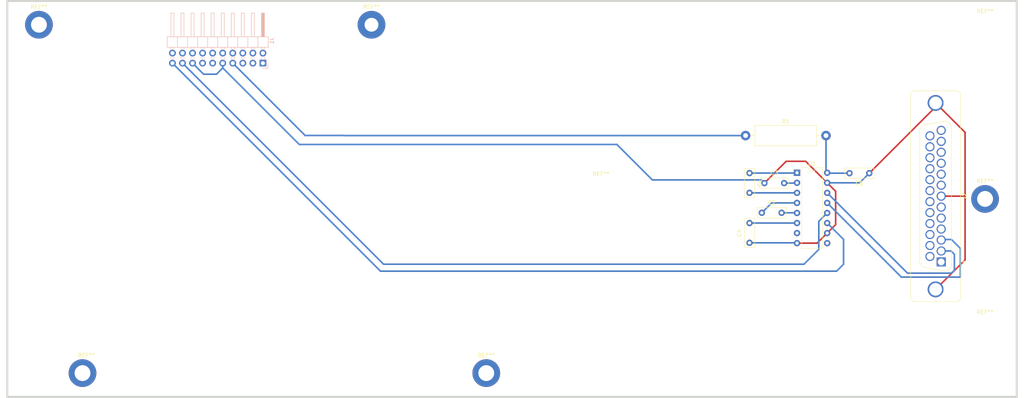
<source format=kicad_pcb>
(kicad_pcb (version 4) (host pcbnew 4.0.7)

  (general
    (links 23)
    (no_connects 1)
    (area 18.085714 29.749999 276.914286 130.250001)
    (thickness 1.6)
    (drawings 4)
    (tracks 72)
    (zones 0)
    (modules 17)
    (nets 53)
  )

  (page A4)
  (layers
    (0 F.Cu signal)
    (31 B.Cu signal)
    (32 B.Adhes user)
    (33 F.Adhes user)
    (34 B.Paste user)
    (35 F.Paste user)
    (36 B.SilkS user)
    (37 F.SilkS user)
    (38 B.Mask user)
    (39 F.Mask user)
    (40 Dwgs.User user)
    (41 Cmts.User user)
    (42 Eco1.User user)
    (43 Eco2.User user)
    (44 Edge.Cuts user)
    (45 Margin user)
    (46 B.CrtYd user)
    (47 F.CrtYd user)
    (48 B.Fab user)
    (49 F.Fab user)
  )

  (setup
    (last_trace_width 0.4)
    (trace_clearance 0.2)
    (zone_clearance 0.508)
    (zone_45_only no)
    (trace_min 0.2)
    (segment_width 0.2)
    (edge_width 0.1)
    (via_size 0.6)
    (via_drill 0.4)
    (via_min_size 0.4)
    (via_min_drill 0.3)
    (uvia_size 0.3)
    (uvia_drill 0.1)
    (uvias_allowed no)
    (uvia_min_size 0.2)
    (uvia_min_drill 0.1)
    (pcb_text_width 0.3)
    (pcb_text_size 1.5 1.5)
    (mod_edge_width 0.15)
    (mod_text_size 1 1)
    (mod_text_width 0.15)
    (pad_size 7 7)
    (pad_drill 4)
    (pad_to_mask_clearance 0)
    (aux_axis_origin 0 0)
    (visible_elements 7FFFEFFF)
    (pcbplotparams
      (layerselection 0x01020_80000001)
      (usegerberextensions false)
      (excludeedgelayer true)
      (linewidth 0.100000)
      (plotframeref false)
      (viasonmask false)
      (mode 1)
      (useauxorigin false)
      (hpglpennumber 1)
      (hpglpenspeed 20)
      (hpglpendiameter 15)
      (hpglpenoverlay 2)
      (psnegative false)
      (psa4output false)
      (plotreference true)
      (plotvalue true)
      (plotinvisibletext false)
      (padsonsilk false)
      (subtractmaskfromsilk false)
      (outputformat 1)
      (mirror false)
      (drillshape 0)
      (scaleselection 1)
      (outputdirectory gerber/))
  )

  (net 0 "")
  (net 1 "Net-(C1-Pad1)")
  (net 2 "Net-(C1-Pad2)")
  (net 3 "Net-(C2-Pad1)")
  (net 4 "Net-(C2-Pad2)")
  (net 5 0V)
  (net 6 "Net-(C3-Pad2)")
  (net 7 "Net-(C4-Pad2)")
  (net 8 +5V)
  (net 9 "Net-(J1-Pad17)")
  (net 10 "Net-(J1-Pad19)")
  (net 11 "Net-(J2-Pad2)")
  (net 12 "Net-(J2-Pad3)")
  (net 13 "Net-(C5-Pad2)")
  (net 14 "Net-(J1-Pad1)")
  (net 15 "Net-(J1-Pad3)")
  (net 16 "Net-(J1-Pad5)")
  (net 17 "Net-(J1-Pad11)")
  (net 18 "Net-(J1-Pad13)")
  (net 19 "Net-(J1-Pad2)")
  (net 20 "Net-(J1-Pad4)")
  (net 21 "Net-(J1-Pad6)")
  (net 22 "Net-(J1-Pad8)")
  (net 23 "Net-(J1-Pad10)")
  (net 24 "Net-(J1-Pad12)")
  (net 25 "Net-(J1-Pad14)")
  (net 26 "Net-(J1-Pad16)")
  (net 27 "Net-(J1-Pad18)")
  (net 28 "Net-(J1-Pad20)")
  (net 29 "Net-(J2-Pad1)")
  (net 30 "Net-(J2-Pad4)")
  (net 31 "Net-(J2-Pad5)")
  (net 32 "Net-(J2-Pad6)")
  (net 33 "Net-(J2-Pad8)")
  (net 34 "Net-(J2-Pad9)")
  (net 35 "Net-(J2-Pad10)")
  (net 36 "Net-(J2-Pad11)")
  (net 37 "Net-(J2-Pad12)")
  (net 38 "Net-(J2-Pad13)")
  (net 39 "Net-(J2-Pad14)")
  (net 40 "Net-(J2-Pad15)")
  (net 41 "Net-(J2-Pad16)")
  (net 42 "Net-(J2-Pad17)")
  (net 43 "Net-(J2-Pad18)")
  (net 44 "Net-(J2-Pad19)")
  (net 45 "Net-(J2-Pad20)")
  (net 46 "Net-(J2-Pad21)")
  (net 47 "Net-(J2-Pad22)")
  (net 48 "Net-(J2-Pad23)")
  (net 49 "Net-(J2-Pad24)")
  (net 50 "Net-(J2-Pad25)")
  (net 51 "Net-(U1-Pad9)")
  (net 52 "Net-(U1-Pad7)")

  (net_class Default "This is the default net class."
    (clearance 0.2)
    (trace_width 0.4)
    (via_dia 0.6)
    (via_drill 0.4)
    (uvia_dia 0.3)
    (uvia_drill 0.1)
    (add_net +5V)
    (add_net 0V)
    (add_net "Net-(C1-Pad1)")
    (add_net "Net-(C1-Pad2)")
    (add_net "Net-(C2-Pad1)")
    (add_net "Net-(C2-Pad2)")
    (add_net "Net-(C3-Pad2)")
    (add_net "Net-(C4-Pad2)")
    (add_net "Net-(C5-Pad2)")
    (add_net "Net-(J1-Pad1)")
    (add_net "Net-(J1-Pad10)")
    (add_net "Net-(J1-Pad11)")
    (add_net "Net-(J1-Pad12)")
    (add_net "Net-(J1-Pad13)")
    (add_net "Net-(J1-Pad14)")
    (add_net "Net-(J1-Pad16)")
    (add_net "Net-(J1-Pad17)")
    (add_net "Net-(J1-Pad18)")
    (add_net "Net-(J1-Pad19)")
    (add_net "Net-(J1-Pad2)")
    (add_net "Net-(J1-Pad20)")
    (add_net "Net-(J1-Pad3)")
    (add_net "Net-(J1-Pad4)")
    (add_net "Net-(J1-Pad5)")
    (add_net "Net-(J1-Pad6)")
    (add_net "Net-(J1-Pad8)")
    (add_net "Net-(J2-Pad1)")
    (add_net "Net-(J2-Pad10)")
    (add_net "Net-(J2-Pad11)")
    (add_net "Net-(J2-Pad12)")
    (add_net "Net-(J2-Pad13)")
    (add_net "Net-(J2-Pad14)")
    (add_net "Net-(J2-Pad15)")
    (add_net "Net-(J2-Pad16)")
    (add_net "Net-(J2-Pad17)")
    (add_net "Net-(J2-Pad18)")
    (add_net "Net-(J2-Pad19)")
    (add_net "Net-(J2-Pad2)")
    (add_net "Net-(J2-Pad20)")
    (add_net "Net-(J2-Pad21)")
    (add_net "Net-(J2-Pad22)")
    (add_net "Net-(J2-Pad23)")
    (add_net "Net-(J2-Pad24)")
    (add_net "Net-(J2-Pad25)")
    (add_net "Net-(J2-Pad3)")
    (add_net "Net-(J2-Pad4)")
    (add_net "Net-(J2-Pad5)")
    (add_net "Net-(J2-Pad6)")
    (add_net "Net-(J2-Pad8)")
    (add_net "Net-(J2-Pad9)")
    (add_net "Net-(U1-Pad7)")
    (add_net "Net-(U1-Pad9)")
  )

  (module Capacitors_THT:C_Rect_L7.2mm_W2.5mm_P5.00mm_FKS2_FKP2_MKS2_MKP2 (layer F.Cu) (tedit 597BC7C2) (tstamp 5A5BC644)
    (at 207.5 73.47 270)
    (descr "C, Rect series, Radial, pin pitch=5.00mm, , length*width=7.2*2.5mm^2, Capacitor, http://www.wima.com/EN/WIMA_FKS_2.pdf")
    (tags "C Rect series Radial pin pitch 5.00mm  length 7.2mm width 2.5mm Capacitor")
    (path /5A5BA1C4)
    (fp_text reference C1 (at 2.5 -2.56 270) (layer F.SilkS)
      (effects (font (size 1 1) (thickness 0.15)))
    )
    (fp_text value 100n (at 2.5 2.56 270) (layer F.Fab)
      (effects (font (size 1 1) (thickness 0.15)))
    )
    (fp_line (start -1.1 -1.25) (end -1.1 1.25) (layer F.Fab) (width 0.1))
    (fp_line (start -1.1 1.25) (end 6.1 1.25) (layer F.Fab) (width 0.1))
    (fp_line (start 6.1 1.25) (end 6.1 -1.25) (layer F.Fab) (width 0.1))
    (fp_line (start 6.1 -1.25) (end -1.1 -1.25) (layer F.Fab) (width 0.1))
    (fp_line (start -1.16 -1.31) (end 6.16 -1.31) (layer F.SilkS) (width 0.12))
    (fp_line (start -1.16 1.31) (end 6.16 1.31) (layer F.SilkS) (width 0.12))
    (fp_line (start -1.16 -1.31) (end -1.16 1.31) (layer F.SilkS) (width 0.12))
    (fp_line (start 6.16 -1.31) (end 6.16 1.31) (layer F.SilkS) (width 0.12))
    (fp_line (start -1.45 -1.6) (end -1.45 1.6) (layer F.CrtYd) (width 0.05))
    (fp_line (start -1.45 1.6) (end 6.45 1.6) (layer F.CrtYd) (width 0.05))
    (fp_line (start 6.45 1.6) (end 6.45 -1.6) (layer F.CrtYd) (width 0.05))
    (fp_line (start 6.45 -1.6) (end -1.45 -1.6) (layer F.CrtYd) (width 0.05))
    (fp_text user %R (at 2.78993 -0.2286 270) (layer F.Fab)
      (effects (font (size 1 1) (thickness 0.15)))
    )
    (pad 1 thru_hole circle (at 0 0 270) (size 1.6 1.6) (drill 0.8) (layers *.Cu *.Mask)
      (net 1 "Net-(C1-Pad1)"))
    (pad 2 thru_hole circle (at 5 0 270) (size 1.6 1.6) (drill 0.8) (layers *.Cu *.Mask)
      (net 2 "Net-(C1-Pad2)"))
    (model ${KISYS3DMOD}/Capacitors_THT.3dshapes/C_Rect_L7.2mm_W2.5mm_P5.00mm_FKS2_FKP2_MKS2_MKP2.wrl
      (at (xyz 0 0 0))
      (scale (xyz 1 1 1))
      (rotate (xyz 0 0 0))
    )
  )

  (module Capacitors_THT:C_Rect_L7.2mm_W2.5mm_P5.00mm_FKS2_FKP2_MKS2_MKP2 (layer F.Cu) (tedit 597BC7C2) (tstamp 5A5BC657)
    (at 210.605 83.5)
    (descr "C, Rect series, Radial, pin pitch=5.00mm, , length*width=7.2*2.5mm^2, Capacitor, http://www.wima.com/EN/WIMA_FKS_2.pdf")
    (tags "C Rect series Radial pin pitch 5.00mm  length 7.2mm width 2.5mm Capacitor")
    (path /5A5BA21B)
    (fp_text reference C2 (at 2.5 -2.56) (layer F.SilkS)
      (effects (font (size 1 1) (thickness 0.15)))
    )
    (fp_text value 100n (at 2.5 2.56) (layer F.Fab)
      (effects (font (size 1 1) (thickness 0.15)))
    )
    (fp_line (start -1.1 -1.25) (end -1.1 1.25) (layer F.Fab) (width 0.1))
    (fp_line (start -1.1 1.25) (end 6.1 1.25) (layer F.Fab) (width 0.1))
    (fp_line (start 6.1 1.25) (end 6.1 -1.25) (layer F.Fab) (width 0.1))
    (fp_line (start 6.1 -1.25) (end -1.1 -1.25) (layer F.Fab) (width 0.1))
    (fp_line (start -1.16 -1.31) (end 6.16 -1.31) (layer F.SilkS) (width 0.12))
    (fp_line (start -1.16 1.31) (end 6.16 1.31) (layer F.SilkS) (width 0.12))
    (fp_line (start -1.16 -1.31) (end -1.16 1.31) (layer F.SilkS) (width 0.12))
    (fp_line (start 6.16 -1.31) (end 6.16 1.31) (layer F.SilkS) (width 0.12))
    (fp_line (start -1.45 -1.6) (end -1.45 1.6) (layer F.CrtYd) (width 0.05))
    (fp_line (start -1.45 1.6) (end 6.45 1.6) (layer F.CrtYd) (width 0.05))
    (fp_line (start 6.45 1.6) (end 6.45 -1.6) (layer F.CrtYd) (width 0.05))
    (fp_line (start 6.45 -1.6) (end -1.45 -1.6) (layer F.CrtYd) (width 0.05))
    (fp_text user %R (at 2.5 0 180) (layer F.Fab)
      (effects (font (size 1 1) (thickness 0.15)))
    )
    (pad 1 thru_hole circle (at 0 0) (size 1.6 1.6) (drill 0.8) (layers *.Cu *.Mask)
      (net 3 "Net-(C2-Pad1)"))
    (pad 2 thru_hole circle (at 5 0) (size 1.6 1.6) (drill 0.8) (layers *.Cu *.Mask)
      (net 4 "Net-(C2-Pad2)"))
    (model ${KISYS3DMOD}/Capacitors_THT.3dshapes/C_Rect_L7.2mm_W2.5mm_P5.00mm_FKS2_FKP2_MKS2_MKP2.wrl
      (at (xyz 0 0 0))
      (scale (xyz 1 1 1))
      (rotate (xyz 0 0 0))
    )
  )

  (module Capacitors_THT:C_Rect_L7.2mm_W2.5mm_P5.00mm_FKS2_FKP2_MKS2_MKP2 (layer F.Cu) (tedit 597BC7C2) (tstamp 5A5BC66A)
    (at 211.25 76)
    (descr "C, Rect series, Radial, pin pitch=5.00mm, , length*width=7.2*2.5mm^2, Capacitor, http://www.wima.com/EN/WIMA_FKS_2.pdf")
    (tags "C Rect series Radial pin pitch 5.00mm  length 7.2mm width 2.5mm Capacitor")
    (path /5A5BA240)
    (fp_text reference C3 (at 2.5 -2.56) (layer F.SilkS)
      (effects (font (size 1 1) (thickness 0.15)))
    )
    (fp_text value 100n (at 2.5 2.56) (layer F.Fab)
      (effects (font (size 1 1) (thickness 0.15)))
    )
    (fp_line (start -1.1 -1.25) (end -1.1 1.25) (layer F.Fab) (width 0.1))
    (fp_line (start -1.1 1.25) (end 6.1 1.25) (layer F.Fab) (width 0.1))
    (fp_line (start 6.1 1.25) (end 6.1 -1.25) (layer F.Fab) (width 0.1))
    (fp_line (start 6.1 -1.25) (end -1.1 -1.25) (layer F.Fab) (width 0.1))
    (fp_line (start -1.16 -1.31) (end 6.16 -1.31) (layer F.SilkS) (width 0.12))
    (fp_line (start -1.16 1.31) (end 6.16 1.31) (layer F.SilkS) (width 0.12))
    (fp_line (start -1.16 -1.31) (end -1.16 1.31) (layer F.SilkS) (width 0.12))
    (fp_line (start 6.16 -1.31) (end 6.16 1.31) (layer F.SilkS) (width 0.12))
    (fp_line (start -1.45 -1.6) (end -1.45 1.6) (layer F.CrtYd) (width 0.05))
    (fp_line (start -1.45 1.6) (end 6.45 1.6) (layer F.CrtYd) (width 0.05))
    (fp_line (start 6.45 1.6) (end 6.45 -1.6) (layer F.CrtYd) (width 0.05))
    (fp_line (start 6.45 -1.6) (end -1.45 -1.6) (layer F.CrtYd) (width 0.05))
    (fp_text user %R (at 2.5 0) (layer F.Fab)
      (effects (font (size 1 1) (thickness 0.15)))
    )
    (pad 1 thru_hole circle (at 0 0) (size 1.6 1.6) (drill 0.8) (layers *.Cu *.Mask)
      (net 5 0V))
    (pad 2 thru_hole circle (at 5 0) (size 1.6 1.6) (drill 0.8) (layers *.Cu *.Mask)
      (net 6 "Net-(C3-Pad2)"))
    (model ${KISYS3DMOD}/Capacitors_THT.3dshapes/C_Rect_L7.2mm_W2.5mm_P5.00mm_FKS2_FKP2_MKS2_MKP2.wrl
      (at (xyz 0 0 0))
      (scale (xyz 1 1 1))
      (rotate (xyz 0 0 0))
    )
  )

  (module Capacitors_THT:C_Rect_L7.2mm_W2.5mm_P5.00mm_FKS2_FKP2_MKS2_MKP2 (layer F.Cu) (tedit 597BC7C2) (tstamp 5A5BC67D)
    (at 207.5 91.09 90)
    (descr "C, Rect series, Radial, pin pitch=5.00mm, , length*width=7.2*2.5mm^2, Capacitor, http://www.wima.com/EN/WIMA_FKS_2.pdf")
    (tags "C Rect series Radial pin pitch 5.00mm  length 7.2mm width 2.5mm Capacitor")
    (path /5A5BA25D)
    (fp_text reference C4 (at 2.5 -2.56 90) (layer F.SilkS)
      (effects (font (size 1 1) (thickness 0.15)))
    )
    (fp_text value 100n (at 2.5 2.56 90) (layer F.Fab)
      (effects (font (size 1 1) (thickness 0.15)))
    )
    (fp_line (start -1.1 -1.25) (end -1.1 1.25) (layer F.Fab) (width 0.1))
    (fp_line (start -1.1 1.25) (end 6.1 1.25) (layer F.Fab) (width 0.1))
    (fp_line (start 6.1 1.25) (end 6.1 -1.25) (layer F.Fab) (width 0.1))
    (fp_line (start 6.1 -1.25) (end -1.1 -1.25) (layer F.Fab) (width 0.1))
    (fp_line (start -1.16 -1.31) (end 6.16 -1.31) (layer F.SilkS) (width 0.12))
    (fp_line (start -1.16 1.31) (end 6.16 1.31) (layer F.SilkS) (width 0.12))
    (fp_line (start -1.16 -1.31) (end -1.16 1.31) (layer F.SilkS) (width 0.12))
    (fp_line (start 6.16 -1.31) (end 6.16 1.31) (layer F.SilkS) (width 0.12))
    (fp_line (start -1.45 -1.6) (end -1.45 1.6) (layer F.CrtYd) (width 0.05))
    (fp_line (start -1.45 1.6) (end 6.45 1.6) (layer F.CrtYd) (width 0.05))
    (fp_line (start 6.45 1.6) (end 6.45 -1.6) (layer F.CrtYd) (width 0.05))
    (fp_line (start 6.45 -1.6) (end -1.45 -1.6) (layer F.CrtYd) (width 0.05))
    (fp_text user %R (at 2.5 0 90) (layer F.Fab)
      (effects (font (size 1 1) (thickness 0.15)))
    )
    (pad 1 thru_hole circle (at 0 0 90) (size 1.6 1.6) (drill 0.8) (layers *.Cu *.Mask)
      (net 5 0V))
    (pad 2 thru_hole circle (at 5 0 90) (size 1.6 1.6) (drill 0.8) (layers *.Cu *.Mask)
      (net 7 "Net-(C4-Pad2)"))
    (model ${KISYS3DMOD}/Capacitors_THT.3dshapes/C_Rect_L7.2mm_W2.5mm_P5.00mm_FKS2_FKP2_MKS2_MKP2.wrl
      (at (xyz 0 0 0))
      (scale (xyz 1 1 1))
      (rotate (xyz 0 0 0))
    )
  )

  (module Capacitors_THT:C_Rect_L7.2mm_W2.5mm_P5.00mm_FKS2_FKP2_MKS2_MKP2 (layer F.Cu) (tedit 597BC7C2) (tstamp 5A5BC690)
    (at 237.75 73.5 180)
    (descr "C, Rect series, Radial, pin pitch=5.00mm, , length*width=7.2*2.5mm^2, Capacitor, http://www.wima.com/EN/WIMA_FKS_2.pdf")
    (tags "C Rect series Radial pin pitch 5.00mm  length 7.2mm width 2.5mm Capacitor")
    (path /5A5BA27C)
    (fp_text reference C5 (at 2.5 -2.56 180) (layer F.SilkS)
      (effects (font (size 1 1) (thickness 0.15)))
    )
    (fp_text value 100n (at 2.5 2.56 180) (layer F.Fab)
      (effects (font (size 1 1) (thickness 0.15)))
    )
    (fp_line (start -1.1 -1.25) (end -1.1 1.25) (layer F.Fab) (width 0.1))
    (fp_line (start -1.1 1.25) (end 6.1 1.25) (layer F.Fab) (width 0.1))
    (fp_line (start 6.1 1.25) (end 6.1 -1.25) (layer F.Fab) (width 0.1))
    (fp_line (start 6.1 -1.25) (end -1.1 -1.25) (layer F.Fab) (width 0.1))
    (fp_line (start -1.16 -1.31) (end 6.16 -1.31) (layer F.SilkS) (width 0.12))
    (fp_line (start -1.16 1.31) (end 6.16 1.31) (layer F.SilkS) (width 0.12))
    (fp_line (start -1.16 -1.31) (end -1.16 1.31) (layer F.SilkS) (width 0.12))
    (fp_line (start 6.16 -1.31) (end 6.16 1.31) (layer F.SilkS) (width 0.12))
    (fp_line (start -1.45 -1.6) (end -1.45 1.6) (layer F.CrtYd) (width 0.05))
    (fp_line (start -1.45 1.6) (end 6.45 1.6) (layer F.CrtYd) (width 0.05))
    (fp_line (start 6.45 1.6) (end 6.45 -1.6) (layer F.CrtYd) (width 0.05))
    (fp_line (start 6.45 -1.6) (end -1.45 -1.6) (layer F.CrtYd) (width 0.05))
    (fp_text user %R (at 2.5 0 180) (layer F.Fab)
      (effects (font (size 1 1) (thickness 0.15)))
    )
    (pad 1 thru_hole circle (at 0 0 180) (size 1.6 1.6) (drill 0.8) (layers *.Cu *.Mask)
      (net 5 0V))
    (pad 2 thru_hole circle (at 5 0 180) (size 1.6 1.6) (drill 0.8) (layers *.Cu *.Mask)
      (net 13 "Net-(C5-Pad2)"))
    (model ${KISYS3DMOD}/Capacitors_THT.3dshapes/C_Rect_L7.2mm_W2.5mm_P5.00mm_FKS2_FKP2_MKS2_MKP2.wrl
      (at (xyz 0 0 0))
      (scale (xyz 1 1 1))
      (rotate (xyz 0 0 0))
    )
  )

  (module Housings_DIP:DIP-16_W7.62mm (layer F.Cu) (tedit 59C78D6B) (tstamp 5A5BC71D)
    (at 219.495 73.39)
    (descr "16-lead though-hole mounted DIP package, row spacing 7.62 mm (300 mils)")
    (tags "THT DIP DIL PDIP 2.54mm 7.62mm 300mil")
    (path /5A5BA162)
    (fp_text reference U1 (at 3.81 -2.33) (layer F.SilkS)
      (effects (font (size 1 1) (thickness 0.15)))
    )
    (fp_text value MAX3232 (at 3.81 20.11) (layer F.Fab)
      (effects (font (size 1 1) (thickness 0.15)))
    )
    (fp_arc (start 3.81 -1.33) (end 2.81 -1.33) (angle -180) (layer F.SilkS) (width 0.12))
    (fp_line (start 1.635 -1.27) (end 6.985 -1.27) (layer F.Fab) (width 0.1))
    (fp_line (start 6.985 -1.27) (end 6.985 19.05) (layer F.Fab) (width 0.1))
    (fp_line (start 6.985 19.05) (end 0.635 19.05) (layer F.Fab) (width 0.1))
    (fp_line (start 0.635 19.05) (end 0.635 -0.27) (layer F.Fab) (width 0.1))
    (fp_line (start 0.635 -0.27) (end 1.635 -1.27) (layer F.Fab) (width 0.1))
    (fp_line (start 2.81 -1.33) (end 1.16 -1.33) (layer F.SilkS) (width 0.12))
    (fp_line (start 1.16 -1.33) (end 1.16 19.11) (layer F.SilkS) (width 0.12))
    (fp_line (start 1.16 19.11) (end 6.46 19.11) (layer F.SilkS) (width 0.12))
    (fp_line (start 6.46 19.11) (end 6.46 -1.33) (layer F.SilkS) (width 0.12))
    (fp_line (start 6.46 -1.33) (end 4.81 -1.33) (layer F.SilkS) (width 0.12))
    (fp_line (start -1.1 -1.55) (end -1.1 19.3) (layer F.CrtYd) (width 0.05))
    (fp_line (start -1.1 19.3) (end 8.7 19.3) (layer F.CrtYd) (width 0.05))
    (fp_line (start 8.7 19.3) (end 8.7 -1.55) (layer F.CrtYd) (width 0.05))
    (fp_line (start 8.7 -1.55) (end -1.1 -1.55) (layer F.CrtYd) (width 0.05))
    (fp_text user %R (at 3.81 8.89) (layer F.Fab)
      (effects (font (size 1 1) (thickness 0.15)))
    )
    (pad 1 thru_hole rect (at 0 0) (size 1.6 1.6) (drill 0.8) (layers *.Cu *.Mask)
      (net 1 "Net-(C1-Pad1)"))
    (pad 9 thru_hole oval (at 7.62 17.78) (size 1.6 1.6) (drill 0.8) (layers *.Cu *.Mask)
      (net 51 "Net-(U1-Pad9)"))
    (pad 2 thru_hole oval (at 0 2.54) (size 1.6 1.6) (drill 0.8) (layers *.Cu *.Mask)
      (net 6 "Net-(C3-Pad2)"))
    (pad 10 thru_hole oval (at 7.62 15.24) (size 1.6 1.6) (drill 0.8) (layers *.Cu *.Mask)
      (net 5 0V))
    (pad 3 thru_hole oval (at 0 5.08) (size 1.6 1.6) (drill 0.8) (layers *.Cu *.Mask)
      (net 2 "Net-(C1-Pad2)"))
    (pad 11 thru_hole oval (at 7.62 12.7) (size 1.6 1.6) (drill 0.8) (layers *.Cu *.Mask)
      (net 10 "Net-(J1-Pad19)"))
    (pad 4 thru_hole oval (at 0 7.62) (size 1.6 1.6) (drill 0.8) (layers *.Cu *.Mask)
      (net 3 "Net-(C2-Pad1)"))
    (pad 12 thru_hole oval (at 7.62 10.16) (size 1.6 1.6) (drill 0.8) (layers *.Cu *.Mask)
      (net 9 "Net-(J1-Pad17)"))
    (pad 5 thru_hole oval (at 0 10.16) (size 1.6 1.6) (drill 0.8) (layers *.Cu *.Mask)
      (net 4 "Net-(C2-Pad2)"))
    (pad 13 thru_hole oval (at 7.62 7.62) (size 1.6 1.6) (drill 0.8) (layers *.Cu *.Mask)
      (net 12 "Net-(J2-Pad3)"))
    (pad 6 thru_hole oval (at 0 12.7) (size 1.6 1.6) (drill 0.8) (layers *.Cu *.Mask)
      (net 7 "Net-(C4-Pad2)"))
    (pad 14 thru_hole oval (at 7.62 5.08) (size 1.6 1.6) (drill 0.8) (layers *.Cu *.Mask)
      (net 11 "Net-(J2-Pad2)"))
    (pad 7 thru_hole oval (at 0 15.24) (size 1.6 1.6) (drill 0.8) (layers *.Cu *.Mask)
      (net 52 "Net-(U1-Pad7)"))
    (pad 15 thru_hole oval (at 7.62 2.54) (size 1.6 1.6) (drill 0.8) (layers *.Cu *.Mask)
      (net 5 0V))
    (pad 8 thru_hole oval (at 0 17.78) (size 1.6 1.6) (drill 0.8) (layers *.Cu *.Mask)
      (net 5 0V))
    (pad 16 thru_hole oval (at 7.62 0) (size 1.6 1.6) (drill 0.8) (layers *.Cu *.Mask)
      (net 13 "Net-(C5-Pad2)"))
    (model ${KISYS3DMOD}/Housings_DIP.3dshapes/DIP-16_W7.62mm.wrl
      (at (xyz 0 0 0))
      (scale (xyz 1 1 1))
      (rotate (xyz 0 0 0))
    )
  )

  (module Resistors_THT:R_Axial_DIN0516_L15.5mm_D5.0mm_P20.32mm_Horizontal (layer F.Cu) (tedit 5874F706) (tstamp 5AE8B30B)
    (at 206.5 64)
    (descr "Resistor, Axial_DIN0516 series, Axial, Horizontal, pin pitch=20.32mm, 2W, length*diameter=15.5*5mm^2, http://cdn-reichelt.de/documents/datenblatt/B400/1_4W%23YAG.pdf")
    (tags "Resistor Axial_DIN0516 series Axial Horizontal pin pitch 20.32mm 2W length 15.5mm diameter 5mm")
    (path /5AE60F69)
    (fp_text reference R1 (at 10.16 -3.56) (layer F.SilkS)
      (effects (font (size 1 1) (thickness 0.15)))
    )
    (fp_text value 20R (at 10.16 3.56) (layer F.Fab)
      (effects (font (size 1 1) (thickness 0.15)))
    )
    (fp_line (start 2.41 -2.5) (end 2.41 2.5) (layer F.Fab) (width 0.1))
    (fp_line (start 2.41 2.5) (end 17.91 2.5) (layer F.Fab) (width 0.1))
    (fp_line (start 17.91 2.5) (end 17.91 -2.5) (layer F.Fab) (width 0.1))
    (fp_line (start 17.91 -2.5) (end 2.41 -2.5) (layer F.Fab) (width 0.1))
    (fp_line (start 0 0) (end 2.41 0) (layer F.Fab) (width 0.1))
    (fp_line (start 20.32 0) (end 17.91 0) (layer F.Fab) (width 0.1))
    (fp_line (start 2.35 -2.56) (end 2.35 2.56) (layer F.SilkS) (width 0.12))
    (fp_line (start 2.35 2.56) (end 17.97 2.56) (layer F.SilkS) (width 0.12))
    (fp_line (start 17.97 2.56) (end 17.97 -2.56) (layer F.SilkS) (width 0.12))
    (fp_line (start 17.97 -2.56) (end 2.35 -2.56) (layer F.SilkS) (width 0.12))
    (fp_line (start 1.38 0) (end 2.35 0) (layer F.SilkS) (width 0.12))
    (fp_line (start 18.94 0) (end 17.97 0) (layer F.SilkS) (width 0.12))
    (fp_line (start -1.45 -2.85) (end -1.45 2.85) (layer F.CrtYd) (width 0.05))
    (fp_line (start -1.45 2.85) (end 21.8 2.85) (layer F.CrtYd) (width 0.05))
    (fp_line (start 21.8 2.85) (end 21.8 -2.85) (layer F.CrtYd) (width 0.05))
    (fp_line (start 21.8 -2.85) (end -1.45 -2.85) (layer F.CrtYd) (width 0.05))
    (pad 1 thru_hole circle (at 0 0) (size 2.4 2.4) (drill 1.2) (layers *.Cu *.Mask)
      (net 8 +5V))
    (pad 2 thru_hole oval (at 20.32 0) (size 2.4 2.4) (drill 1.2) (layers *.Cu *.Mask)
      (net 13 "Net-(C5-Pad2)"))
    (model ${KISYS3DMOD}/Resistors_THT.3dshapes/R_Axial_DIN0516_L15.5mm_D5.0mm_P20.32mm_Horizontal.wrl
      (at (xyz 0 0 0))
      (scale (xyz 0.393701 0.393701 0.393701))
      (rotate (xyz 0 0 0))
    )
  )

  (module Mounting_Holes:MountingHole_3.5mm_Pad (layer F.Cu) (tedit 5B5C95B8) (tstamp 5B266D29)
    (at 141 124)
    (descr "Mounting Hole 3.5mm")
    (tags "mounting hole 3.5mm")
    (attr virtual)
    (fp_text reference REF** (at 0 -4.5) (layer F.SilkS)
      (effects (font (size 1 1) (thickness 0.15)))
    )
    (fp_text value MountingHole_3.5mm_Pad (at 0 4.5) (layer F.Fab)
      (effects (font (size 1 1) (thickness 0.15)))
    )
    (fp_text user %R (at 0.3 0) (layer F.Fab)
      (effects (font (size 1 1) (thickness 0.15)))
    )
    (fp_circle (center 0 0) (end 3.5 0) (layer Cmts.User) (width 0.15))
    (fp_circle (center 0 0) (end 3.75 0) (layer F.CrtYd) (width 0.05))
    (pad 1 thru_hole circle (at 0 0) (size 7 7) (drill 4) (layers *.Cu *.Mask))
  )

  (module Mounting_Holes:MountingHole_3.5mm_Pad (layer F.Cu) (tedit 5B5C95FA) (tstamp 5B266D57)
    (at 40 124)
    (descr "Mounting Hole 3.5mm")
    (tags "mounting hole 3.5mm")
    (attr virtual)
    (fp_text reference REF** (at 0 -4.5) (layer F.SilkS)
      (effects (font (size 1 1) (thickness 0.15)))
    )
    (fp_text value MountingHole_3.5mm_Pad (at 0 4.5) (layer F.Fab)
      (effects (font (size 1 1) (thickness 0.15)))
    )
    (fp_text user %R (at 0.3 0) (layer F.Fab)
      (effects (font (size 1 1) (thickness 0.15)))
    )
    (fp_circle (center 0 0) (end 3.5 0) (layer Cmts.User) (width 0.15))
    (fp_circle (center 0 0) (end 3.75 0) (layer F.CrtYd) (width 0.05))
    (pad 1 thru_hole circle (at -1 0) (size 7 7) (drill 4) (layers *.Cu *.Mask))
  )

  (module Mounting_Holes:MountingHole_3.5mm_Pad (layer F.Cu) (tedit 5B5C9545) (tstamp 5B266F23)
    (at 267 80)
    (descr "Mounting Hole 3.5mm")
    (tags "mounting hole 3.5mm")
    (attr virtual)
    (fp_text reference REF** (at 0 -4.5) (layer F.SilkS)
      (effects (font (size 1 1) (thickness 0.15)))
    )
    (fp_text value MountingHole_3.5mm_Pad (at 0 4.5) (layer F.Fab)
      (effects (font (size 1 1) (thickness 0.15)))
    )
    (fp_text user %R (at 0.3 0) (layer F.Fab)
      (effects (font (size 1 1) (thickness 0.15)))
    )
    (fp_circle (center 0 0) (end 3.5 0) (layer Cmts.User) (width 0.15))
    (fp_circle (center 0 0) (end 3.75 0) (layer F.CrtYd) (width 0.05))
    (pad 1 thru_hole circle (at 0 0) (size 7 7) (drill 4) (layers *.Cu *.Mask))
  )

  (module Mounting_Holes:MountingHole_3.5mm_Pad (layer F.Cu) (tedit 5B5C9531) (tstamp 5B26709C)
    (at 28 36)
    (descr "Mounting Hole 3.5mm")
    (tags "mounting hole 3.5mm")
    (attr virtual)
    (fp_text reference REF** (at 0 -4.5) (layer F.SilkS)
      (effects (font (size 1 1) (thickness 0.15)))
    )
    (fp_text value MountingHole_3.5mm_Pad (at 0 4.5) (layer F.Fab)
      (effects (font (size 1 1) (thickness 0.15)))
    )
    (fp_text user %R (at 0.3 0) (layer F.Fab)
      (effects (font (size 1 1) (thickness 0.15)))
    )
    (fp_circle (center 0 0) (end 3.5 0) (layer Cmts.User) (width 0.15))
    (fp_circle (center 0 0) (end 3.75 0) (layer F.CrtYd) (width 0.05))
    (pad 1 thru_hole circle (at 0 0) (size 7 7) (drill 4) (layers *.Cu *.Mask))
  )

  (module Mounting_Holes:MountingHole_3.5mm_Pad (layer F.Cu) (tedit 56D1B4CB) (tstamp 5B2671C4)
    (at 112 36)
    (descr "Mounting Hole 3.5mm")
    (tags "mounting hole 3.5mm")
    (attr virtual)
    (fp_text reference REF** (at 0 -4.5) (layer F.SilkS)
      (effects (font (size 1 1) (thickness 0.15)))
    )
    (fp_text value MountingHole_3.5mm_Pad (at 0.75 6.25) (layer F.Fab)
      (effects (font (size 1 1) (thickness 0.15)))
    )
    (fp_text user %R (at 0.3 0) (layer F.Fab)
      (effects (font (size 1 1) (thickness 0.15)))
    )
    (fp_circle (center 0 0) (end 3.5 0) (layer Cmts.User) (width 0.15))
    (fp_circle (center 0 0) (end 3.75 0) (layer F.CrtYd) (width 0.05))
    (pad 1 thru_hole circle (at 0 0) (size 7 7) (drill 3.5) (layers *.Cu *.Mask))
  )

  (module Mounting_Holes:MountingHole_8.4mm_M8 (layer F.Cu) (tedit 56D1B4CB) (tstamp 5B267771)
    (at 267 42)
    (descr "Mounting Hole 8.4mm, no annular, M8")
    (tags "mounting hole 8.4mm no annular m8")
    (attr virtual)
    (fp_text reference REF** (at 0 -9.4) (layer F.SilkS)
      (effects (font (size 1 1) (thickness 0.15)))
    )
    (fp_text value MountingHole_8.4mm_M8 (at 0 9.4) (layer F.Fab)
      (effects (font (size 1 1) (thickness 0.15)))
    )
    (fp_text user %R (at 0.3 0) (layer F.Fab)
      (effects (font (size 1 1) (thickness 0.15)))
    )
    (fp_circle (center 0 0) (end 8.4 0) (layer Cmts.User) (width 0.15))
    (fp_circle (center 0 0) (end 8.65 0) (layer F.CrtYd) (width 0.05))
    (pad 1 np_thru_hole circle (at 0 0) (size 8.4 8.4) (drill 8.4) (layers *.Cu *.Mask))
  )

  (module Mounting_Holes:MountingHole_8.4mm_M8 (layer F.Cu) (tedit 56D1B4CB) (tstamp 5B2677EC)
    (at 267 118)
    (descr "Mounting Hole 8.4mm, no annular, M8")
    (tags "mounting hole 8.4mm no annular m8")
    (attr virtual)
    (fp_text reference REF** (at 0 -9.4) (layer F.SilkS)
      (effects (font (size 1 1) (thickness 0.15)))
    )
    (fp_text value MountingHole_8.4mm_M8 (at 0 9.4) (layer F.Fab)
      (effects (font (size 1 1) (thickness 0.15)))
    )
    (fp_text user %R (at 0.3 0) (layer F.Fab)
      (effects (font (size 1 1) (thickness 0.15)))
    )
    (fp_circle (center 0 0) (end 8.4 0) (layer Cmts.User) (width 0.15))
    (fp_circle (center 0 0) (end 8.65 0) (layer F.CrtYd) (width 0.05))
    (pad 1 np_thru_hole circle (at 0 0) (size 8.4 8.4) (drill 8.4) (layers *.Cu *.Mask))
  )

  (module Pin_Headers:Pin_Header_Angled_2x10_Pitch2.54mm (layer B.Cu) (tedit 59650532) (tstamp 5B452A2A)
    (at 84.58 45.7 90)
    (descr "Through hole angled pin header, 2x10, 2.54mm pitch, 6mm pin length, double rows")
    (tags "Through hole angled pin header THT 2x10 2.54mm double row")
    (path /5A5BA3A3)
    (fp_text reference J1 (at 5.655 2.27 90) (layer B.SilkS)
      (effects (font (size 1 1) (thickness 0.15)) (justify mirror))
    )
    (fp_text value CONN_02X10 (at 5.655 -25.13 90) (layer B.Fab)
      (effects (font (size 1 1) (thickness 0.15)) (justify mirror))
    )
    (fp_line (start 4.675 1.27) (end 6.58 1.27) (layer B.Fab) (width 0.1))
    (fp_line (start 6.58 1.27) (end 6.58 -24.13) (layer B.Fab) (width 0.1))
    (fp_line (start 6.58 -24.13) (end 4.04 -24.13) (layer B.Fab) (width 0.1))
    (fp_line (start 4.04 -24.13) (end 4.04 0.635) (layer B.Fab) (width 0.1))
    (fp_line (start 4.04 0.635) (end 4.675 1.27) (layer B.Fab) (width 0.1))
    (fp_line (start -0.32 0.32) (end 4.04 0.32) (layer B.Fab) (width 0.1))
    (fp_line (start -0.32 0.32) (end -0.32 -0.32) (layer B.Fab) (width 0.1))
    (fp_line (start -0.32 -0.32) (end 4.04 -0.32) (layer B.Fab) (width 0.1))
    (fp_line (start 6.58 0.32) (end 12.58 0.32) (layer B.Fab) (width 0.1))
    (fp_line (start 12.58 0.32) (end 12.58 -0.32) (layer B.Fab) (width 0.1))
    (fp_line (start 6.58 -0.32) (end 12.58 -0.32) (layer B.Fab) (width 0.1))
    (fp_line (start -0.32 -2.22) (end 4.04 -2.22) (layer B.Fab) (width 0.1))
    (fp_line (start -0.32 -2.22) (end -0.32 -2.86) (layer B.Fab) (width 0.1))
    (fp_line (start -0.32 -2.86) (end 4.04 -2.86) (layer B.Fab) (width 0.1))
    (fp_line (start 6.58 -2.22) (end 12.58 -2.22) (layer B.Fab) (width 0.1))
    (fp_line (start 12.58 -2.22) (end 12.58 -2.86) (layer B.Fab) (width 0.1))
    (fp_line (start 6.58 -2.86) (end 12.58 -2.86) (layer B.Fab) (width 0.1))
    (fp_line (start -0.32 -4.76) (end 4.04 -4.76) (layer B.Fab) (width 0.1))
    (fp_line (start -0.32 -4.76) (end -0.32 -5.4) (layer B.Fab) (width 0.1))
    (fp_line (start -0.32 -5.4) (end 4.04 -5.4) (layer B.Fab) (width 0.1))
    (fp_line (start 6.58 -4.76) (end 12.58 -4.76) (layer B.Fab) (width 0.1))
    (fp_line (start 12.58 -4.76) (end 12.58 -5.4) (layer B.Fab) (width 0.1))
    (fp_line (start 6.58 -5.4) (end 12.58 -5.4) (layer B.Fab) (width 0.1))
    (fp_line (start -0.32 -7.3) (end 4.04 -7.3) (layer B.Fab) (width 0.1))
    (fp_line (start -0.32 -7.3) (end -0.32 -7.94) (layer B.Fab) (width 0.1))
    (fp_line (start -0.32 -7.94) (end 4.04 -7.94) (layer B.Fab) (width 0.1))
    (fp_line (start 6.58 -7.3) (end 12.58 -7.3) (layer B.Fab) (width 0.1))
    (fp_line (start 12.58 -7.3) (end 12.58 -7.94) (layer B.Fab) (width 0.1))
    (fp_line (start 6.58 -7.94) (end 12.58 -7.94) (layer B.Fab) (width 0.1))
    (fp_line (start -0.32 -9.84) (end 4.04 -9.84) (layer B.Fab) (width 0.1))
    (fp_line (start -0.32 -9.84) (end -0.32 -10.48) (layer B.Fab) (width 0.1))
    (fp_line (start -0.32 -10.48) (end 4.04 -10.48) (layer B.Fab) (width 0.1))
    (fp_line (start 6.58 -9.84) (end 12.58 -9.84) (layer B.Fab) (width 0.1))
    (fp_line (start 12.58 -9.84) (end 12.58 -10.48) (layer B.Fab) (width 0.1))
    (fp_line (start 6.58 -10.48) (end 12.58 -10.48) (layer B.Fab) (width 0.1))
    (fp_line (start -0.32 -12.38) (end 4.04 -12.38) (layer B.Fab) (width 0.1))
    (fp_line (start -0.32 -12.38) (end -0.32 -13.02) (layer B.Fab) (width 0.1))
    (fp_line (start -0.32 -13.02) (end 4.04 -13.02) (layer B.Fab) (width 0.1))
    (fp_line (start 6.58 -12.38) (end 12.58 -12.38) (layer B.Fab) (width 0.1))
    (fp_line (start 12.58 -12.38) (end 12.58 -13.02) (layer B.Fab) (width 0.1))
    (fp_line (start 6.58 -13.02) (end 12.58 -13.02) (layer B.Fab) (width 0.1))
    (fp_line (start -0.32 -14.92) (end 4.04 -14.92) (layer B.Fab) (width 0.1))
    (fp_line (start -0.32 -14.92) (end -0.32 -15.56) (layer B.Fab) (width 0.1))
    (fp_line (start -0.32 -15.56) (end 4.04 -15.56) (layer B.Fab) (width 0.1))
    (fp_line (start 6.58 -14.92) (end 12.58 -14.92) (layer B.Fab) (width 0.1))
    (fp_line (start 12.58 -14.92) (end 12.58 -15.56) (layer B.Fab) (width 0.1))
    (fp_line (start 6.58 -15.56) (end 12.58 -15.56) (layer B.Fab) (width 0.1))
    (fp_line (start -0.32 -17.46) (end 4.04 -17.46) (layer B.Fab) (width 0.1))
    (fp_line (start -0.32 -17.46) (end -0.32 -18.1) (layer B.Fab) (width 0.1))
    (fp_line (start -0.32 -18.1) (end 4.04 -18.1) (layer B.Fab) (width 0.1))
    (fp_line (start 6.58 -17.46) (end 12.58 -17.46) (layer B.Fab) (width 0.1))
    (fp_line (start 12.58 -17.46) (end 12.58 -18.1) (layer B.Fab) (width 0.1))
    (fp_line (start 6.58 -18.1) (end 12.58 -18.1) (layer B.Fab) (width 0.1))
    (fp_line (start -0.32 -20) (end 4.04 -20) (layer B.Fab) (width 0.1))
    (fp_line (start -0.32 -20) (end -0.32 -20.64) (layer B.Fab) (width 0.1))
    (fp_line (start -0.32 -20.64) (end 4.04 -20.64) (layer B.Fab) (width 0.1))
    (fp_line (start 6.58 -20) (end 12.58 -20) (layer B.Fab) (width 0.1))
    (fp_line (start 12.58 -20) (end 12.58 -20.64) (layer B.Fab) (width 0.1))
    (fp_line (start 6.58 -20.64) (end 12.58 -20.64) (layer B.Fab) (width 0.1))
    (fp_line (start -0.32 -22.54) (end 4.04 -22.54) (layer B.Fab) (width 0.1))
    (fp_line (start -0.32 -22.54) (end -0.32 -23.18) (layer B.Fab) (width 0.1))
    (fp_line (start -0.32 -23.18) (end 4.04 -23.18) (layer B.Fab) (width 0.1))
    (fp_line (start 6.58 -22.54) (end 12.58 -22.54) (layer B.Fab) (width 0.1))
    (fp_line (start 12.58 -22.54) (end 12.58 -23.18) (layer B.Fab) (width 0.1))
    (fp_line (start 6.58 -23.18) (end 12.58 -23.18) (layer B.Fab) (width 0.1))
    (fp_line (start 3.98 1.33) (end 3.98 -24.19) (layer B.SilkS) (width 0.12))
    (fp_line (start 3.98 -24.19) (end 6.64 -24.19) (layer B.SilkS) (width 0.12))
    (fp_line (start 6.64 -24.19) (end 6.64 1.33) (layer B.SilkS) (width 0.12))
    (fp_line (start 6.64 1.33) (end 3.98 1.33) (layer B.SilkS) (width 0.12))
    (fp_line (start 6.64 0.38) (end 12.64 0.38) (layer B.SilkS) (width 0.12))
    (fp_line (start 12.64 0.38) (end 12.64 -0.38) (layer B.SilkS) (width 0.12))
    (fp_line (start 12.64 -0.38) (end 6.64 -0.38) (layer B.SilkS) (width 0.12))
    (fp_line (start 6.64 0.32) (end 12.64 0.32) (layer B.SilkS) (width 0.12))
    (fp_line (start 6.64 0.2) (end 12.64 0.2) (layer B.SilkS) (width 0.12))
    (fp_line (start 6.64 0.08) (end 12.64 0.08) (layer B.SilkS) (width 0.12))
    (fp_line (start 6.64 -0.04) (end 12.64 -0.04) (layer B.SilkS) (width 0.12))
    (fp_line (start 6.64 -0.16) (end 12.64 -0.16) (layer B.SilkS) (width 0.12))
    (fp_line (start 6.64 -0.28) (end 12.64 -0.28) (layer B.SilkS) (width 0.12))
    (fp_line (start 3.582929 0.38) (end 3.98 0.38) (layer B.SilkS) (width 0.12))
    (fp_line (start 3.582929 -0.38) (end 3.98 -0.38) (layer B.SilkS) (width 0.12))
    (fp_line (start 1.11 0.38) (end 1.497071 0.38) (layer B.SilkS) (width 0.12))
    (fp_line (start 1.11 -0.38) (end 1.497071 -0.38) (layer B.SilkS) (width 0.12))
    (fp_line (start 3.98 -1.27) (end 6.64 -1.27) (layer B.SilkS) (width 0.12))
    (fp_line (start 6.64 -2.16) (end 12.64 -2.16) (layer B.SilkS) (width 0.12))
    (fp_line (start 12.64 -2.16) (end 12.64 -2.92) (layer B.SilkS) (width 0.12))
    (fp_line (start 12.64 -2.92) (end 6.64 -2.92) (layer B.SilkS) (width 0.12))
    (fp_line (start 3.582929 -2.16) (end 3.98 -2.16) (layer B.SilkS) (width 0.12))
    (fp_line (start 3.582929 -2.92) (end 3.98 -2.92) (layer B.SilkS) (width 0.12))
    (fp_line (start 1.042929 -2.16) (end 1.497071 -2.16) (layer B.SilkS) (width 0.12))
    (fp_line (start 1.042929 -2.92) (end 1.497071 -2.92) (layer B.SilkS) (width 0.12))
    (fp_line (start 3.98 -3.81) (end 6.64 -3.81) (layer B.SilkS) (width 0.12))
    (fp_line (start 6.64 -4.7) (end 12.64 -4.7) (layer B.SilkS) (width 0.12))
    (fp_line (start 12.64 -4.7) (end 12.64 -5.46) (layer B.SilkS) (width 0.12))
    (fp_line (start 12.64 -5.46) (end 6.64 -5.46) (layer B.SilkS) (width 0.12))
    (fp_line (start 3.582929 -4.7) (end 3.98 -4.7) (layer B.SilkS) (width 0.12))
    (fp_line (start 3.582929 -5.46) (end 3.98 -5.46) (layer B.SilkS) (width 0.12))
    (fp_line (start 1.042929 -4.7) (end 1.497071 -4.7) (layer B.SilkS) (width 0.12))
    (fp_line (start 1.042929 -5.46) (end 1.497071 -5.46) (layer B.SilkS) (width 0.12))
    (fp_line (start 3.98 -6.35) (end 6.64 -6.35) (layer B.SilkS) (width 0.12))
    (fp_line (start 6.64 -7.24) (end 12.64 -7.24) (layer B.SilkS) (width 0.12))
    (fp_line (start 12.64 -7.24) (end 12.64 -8) (layer B.SilkS) (width 0.12))
    (fp_line (start 12.64 -8) (end 6.64 -8) (layer B.SilkS) (width 0.12))
    (fp_line (start 3.582929 -7.24) (end 3.98 -7.24) (layer B.SilkS) (width 0.12))
    (fp_line (start 3.582929 -8) (end 3.98 -8) (layer B.SilkS) (width 0.12))
    (fp_line (start 1.042929 -7.24) (end 1.497071 -7.24) (layer B.SilkS) (width 0.12))
    (fp_line (start 1.042929 -8) (end 1.497071 -8) (layer B.SilkS) (width 0.12))
    (fp_line (start 3.98 -8.89) (end 6.64 -8.89) (layer B.SilkS) (width 0.12))
    (fp_line (start 6.64 -9.78) (end 12.64 -9.78) (layer B.SilkS) (width 0.12))
    (fp_line (start 12.64 -9.78) (end 12.64 -10.54) (layer B.SilkS) (width 0.12))
    (fp_line (start 12.64 -10.54) (end 6.64 -10.54) (layer B.SilkS) (width 0.12))
    (fp_line (start 3.582929 -9.78) (end 3.98 -9.78) (layer B.SilkS) (width 0.12))
    (fp_line (start 3.582929 -10.54) (end 3.98 -10.54) (layer B.SilkS) (width 0.12))
    (fp_line (start 1.042929 -9.78) (end 1.497071 -9.78) (layer B.SilkS) (width 0.12))
    (fp_line (start 1.042929 -10.54) (end 1.497071 -10.54) (layer B.SilkS) (width 0.12))
    (fp_line (start 3.98 -11.43) (end 6.64 -11.43) (layer B.SilkS) (width 0.12))
    (fp_line (start 6.64 -12.32) (end 12.64 -12.32) (layer B.SilkS) (width 0.12))
    (fp_line (start 12.64 -12.32) (end 12.64 -13.08) (layer B.SilkS) (width 0.12))
    (fp_line (start 12.64 -13.08) (end 6.64 -13.08) (layer B.SilkS) (width 0.12))
    (fp_line (start 3.582929 -12.32) (end 3.98 -12.32) (layer B.SilkS) (width 0.12))
    (fp_line (start 3.582929 -13.08) (end 3.98 -13.08) (layer B.SilkS) (width 0.12))
    (fp_line (start 1.042929 -12.32) (end 1.497071 -12.32) (layer B.SilkS) (width 0.12))
    (fp_line (start 1.042929 -13.08) (end 1.497071 -13.08) (layer B.SilkS) (width 0.12))
    (fp_line (start 3.98 -13.97) (end 6.64 -13.97) (layer B.SilkS) (width 0.12))
    (fp_line (start 6.64 -14.86) (end 12.64 -14.86) (layer B.SilkS) (width 0.12))
    (fp_line (start 12.64 -14.86) (end 12.64 -15.62) (layer B.SilkS) (width 0.12))
    (fp_line (start 12.64 -15.62) (end 6.64 -15.62) (layer B.SilkS) (width 0.12))
    (fp_line (start 3.582929 -14.86) (end 3.98 -14.86) (layer B.SilkS) (width 0.12))
    (fp_line (start 3.582929 -15.62) (end 3.98 -15.62) (layer B.SilkS) (width 0.12))
    (fp_line (start 1.042929 -14.86) (end 1.497071 -14.86) (layer B.SilkS) (width 0.12))
    (fp_line (start 1.042929 -15.62) (end 1.497071 -15.62) (layer B.SilkS) (width 0.12))
    (fp_line (start 3.98 -16.51) (end 6.64 -16.51) (layer B.SilkS) (width 0.12))
    (fp_line (start 6.64 -17.4) (end 12.64 -17.4) (layer B.SilkS) (width 0.12))
    (fp_line (start 12.64 -17.4) (end 12.64 -18.16) (layer B.SilkS) (width 0.12))
    (fp_line (start 12.64 -18.16) (end 6.64 -18.16) (layer B.SilkS) (width 0.12))
    (fp_line (start 3.582929 -17.4) (end 3.98 -17.4) (layer B.SilkS) (width 0.12))
    (fp_line (start 3.582929 -18.16) (end 3.98 -18.16) (layer B.SilkS) (width 0.12))
    (fp_line (start 1.042929 -17.4) (end 1.497071 -17.4) (layer B.SilkS) (width 0.12))
    (fp_line (start 1.042929 -18.16) (end 1.497071 -18.16) (layer B.SilkS) (width 0.12))
    (fp_line (start 3.98 -19.05) (end 6.64 -19.05) (layer B.SilkS) (width 0.12))
    (fp_line (start 6.64 -19.94) (end 12.64 -19.94) (layer B.SilkS) (width 0.12))
    (fp_line (start 12.64 -19.94) (end 12.64 -20.7) (layer B.SilkS) (width 0.12))
    (fp_line (start 12.64 -20.7) (end 6.64 -20.7) (layer B.SilkS) (width 0.12))
    (fp_line (start 3.582929 -19.94) (end 3.98 -19.94) (layer B.SilkS) (width 0.12))
    (fp_line (start 3.582929 -20.7) (end 3.98 -20.7) (layer B.SilkS) (width 0.12))
    (fp_line (start 1.042929 -19.94) (end 1.497071 -19.94) (layer B.SilkS) (width 0.12))
    (fp_line (start 1.042929 -20.7) (end 1.497071 -20.7) (layer B.SilkS) (width 0.12))
    (fp_line (start 3.98 -21.59) (end 6.64 -21.59) (layer B.SilkS) (width 0.12))
    (fp_line (start 6.64 -22.48) (end 12.64 -22.48) (layer B.SilkS) (width 0.12))
    (fp_line (start 12.64 -22.48) (end 12.64 -23.24) (layer B.SilkS) (width 0.12))
    (fp_line (start 12.64 -23.24) (end 6.64 -23.24) (layer B.SilkS) (width 0.12))
    (fp_line (start 3.582929 -22.48) (end 3.98 -22.48) (layer B.SilkS) (width 0.12))
    (fp_line (start 3.582929 -23.24) (end 3.98 -23.24) (layer B.SilkS) (width 0.12))
    (fp_line (start 1.042929 -22.48) (end 1.497071 -22.48) (layer B.SilkS) (width 0.12))
    (fp_line (start 1.042929 -23.24) (end 1.497071 -23.24) (layer B.SilkS) (width 0.12))
    (fp_line (start -1.27 0) (end -1.27 1.27) (layer B.SilkS) (width 0.12))
    (fp_line (start -1.27 1.27) (end 0 1.27) (layer B.SilkS) (width 0.12))
    (fp_line (start -1.8 1.8) (end -1.8 -24.65) (layer B.CrtYd) (width 0.05))
    (fp_line (start -1.8 -24.65) (end 13.1 -24.65) (layer B.CrtYd) (width 0.05))
    (fp_line (start 13.1 -24.65) (end 13.1 1.8) (layer B.CrtYd) (width 0.05))
    (fp_line (start 13.1 1.8) (end -1.8 1.8) (layer B.CrtYd) (width 0.05))
    (fp_text user %R (at 5.31 -11.43 360) (layer B.Fab)
      (effects (font (size 1 1) (thickness 0.15)) (justify mirror))
    )
    (pad 1 thru_hole rect (at 0 0 90) (size 1.7 1.7) (drill 1) (layers *.Cu *.Mask)
      (net 14 "Net-(J1-Pad1)"))
    (pad 2 thru_hole oval (at 2.54 0 90) (size 1.7 1.7) (drill 1) (layers *.Cu *.Mask)
      (net 19 "Net-(J1-Pad2)"))
    (pad 3 thru_hole oval (at 0 -2.54 90) (size 1.7 1.7) (drill 1) (layers *.Cu *.Mask)
      (net 15 "Net-(J1-Pad3)"))
    (pad 4 thru_hole oval (at 2.54 -2.54 90) (size 1.7 1.7) (drill 1) (layers *.Cu *.Mask)
      (net 20 "Net-(J1-Pad4)"))
    (pad 5 thru_hole oval (at 0 -5.08 90) (size 1.7 1.7) (drill 1) (layers *.Cu *.Mask)
      (net 16 "Net-(J1-Pad5)"))
    (pad 6 thru_hole oval (at 2.54 -5.08 90) (size 1.7 1.7) (drill 1) (layers *.Cu *.Mask)
      (net 21 "Net-(J1-Pad6)"))
    (pad 7 thru_hole oval (at 0 -7.62 90) (size 1.7 1.7) (drill 1) (layers *.Cu *.Mask)
      (net 8 +5V))
    (pad 8 thru_hole oval (at 2.54 -7.62 90) (size 1.7 1.7) (drill 1) (layers *.Cu *.Mask)
      (net 22 "Net-(J1-Pad8)"))
    (pad 9 thru_hole oval (at 0 -10.16 90) (size 1.7 1.7) (drill 1) (layers *.Cu *.Mask)
      (net 5 0V))
    (pad 10 thru_hole oval (at 2.54 -10.16 90) (size 1.7 1.7) (drill 1) (layers *.Cu *.Mask)
      (net 23 "Net-(J1-Pad10)"))
    (pad 11 thru_hole oval (at 0 -12.7 90) (size 1.7 1.7) (drill 1) (layers *.Cu *.Mask)
      (net 17 "Net-(J1-Pad11)"))
    (pad 12 thru_hole oval (at 2.54 -12.7 90) (size 1.7 1.7) (drill 1) (layers *.Cu *.Mask)
      (net 24 "Net-(J1-Pad12)"))
    (pad 13 thru_hole oval (at 0 -15.24 90) (size 1.7 1.7) (drill 1) (layers *.Cu *.Mask)
      (net 18 "Net-(J1-Pad13)"))
    (pad 14 thru_hole oval (at 2.54 -15.24 90) (size 1.7 1.7) (drill 1) (layers *.Cu *.Mask)
      (net 25 "Net-(J1-Pad14)"))
    (pad 15 thru_hole oval (at 0 -17.78 90) (size 1.7 1.7) (drill 1) (layers *.Cu *.Mask)
      (net 5 0V))
    (pad 16 thru_hole oval (at 2.54 -17.78 90) (size 1.7 1.7) (drill 1) (layers *.Cu *.Mask)
      (net 26 "Net-(J1-Pad16)"))
    (pad 17 thru_hole oval (at 0 -20.32 90) (size 1.7 1.7) (drill 1) (layers *.Cu *.Mask)
      (net 9 "Net-(J1-Pad17)"))
    (pad 18 thru_hole oval (at 2.54 -20.32 90) (size 1.7 1.7) (drill 1) (layers *.Cu *.Mask)
      (net 27 "Net-(J1-Pad18)"))
    (pad 19 thru_hole oval (at 0 -22.86 90) (size 1.7 1.7) (drill 1) (layers *.Cu *.Mask)
      (net 10 "Net-(J1-Pad19)"))
    (pad 20 thru_hole oval (at 2.54 -22.86 90) (size 1.7 1.7) (drill 1) (layers *.Cu *.Mask)
      (net 28 "Net-(J1-Pad20)"))
    (model ${KISYS3DMOD}/Pin_Headers.3dshapes/Pin_Header_Angled_2x10_Pitch2.54mm.wrl
      (at (xyz 0 0 0))
      (scale (xyz 1 1 1))
      (rotate (xyz 0 0 0))
    )
  )

  (module TTY:DSUB-25_Female_Vertical_Pitch2.77x2.84mm_MountingHoles (layer F.Cu) (tedit 5B4D0836) (tstamp 5A5BC6F9)
    (at 255.92 95.92 270)
    (descr "25-pin D-Sub connector, straight/vertical, THT-mount, female, pitch 2.77x2.84mm, distance of mounting holes 47.1mm, see https://disti-assets.s3.amazonaws.com/tonar/files/datasheets/16730.pdf")
    (tags "25-pin D-Sub connector straight vertical THT female pitch 2.77x2.84mm mounting holes distance 47.1mm")
    (path /5AE8AB2A)
    (fp_text reference J2 (at -16.62 -5.89 270) (layer F.SilkS)
      (effects (font (size 1 1) (thickness 0.15)))
    )
    (fp_text value DB25_MALE_MountingHoles (at -16.62 8.73 270) (layer F.Fab)
      (effects (font (size 1 1) (thickness 0.15)))
    )
    (fp_arc (start -42.17 -3.83) (end -43.17 -3.83) (angle 90) (layer F.Fab) (width 0.1))
    (fp_arc (start 8.93 -3.83) (end 8.93 -4.83) (angle 90) (layer F.Fab) (width 0.1))
    (fp_arc (start -42.17 6.67) (end -43.17 6.67) (angle -90) (layer F.Fab) (width 0.1))
    (fp_arc (start 8.93 6.67) (end 9.93 6.67) (angle 90) (layer F.Fab) (width 0.1))
    (fp_arc (start -42.17 -3.83) (end -43.23 -3.83) (angle 90) (layer F.SilkS) (width 0.12))
    (fp_arc (start 8.93 -3.83) (end 8.93 -4.89) (angle 90) (layer F.SilkS) (width 0.12))
    (fp_arc (start -42.17 6.67) (end -43.23 6.67) (angle -90) (layer F.SilkS) (width 0.12))
    (fp_arc (start 8.93 6.67) (end 9.99 6.67) (angle 90) (layer F.SilkS) (width 0.12))
    (fp_arc (start -33.863194 -0.93) (end -33.863194 -2.53) (angle -100) (layer F.Fab) (width 0.1))
    (fp_arc (start 0.623194 -0.93) (end 0.623194 -2.53) (angle 100) (layer F.Fab) (width 0.1))
    (fp_arc (start -33.034457 3.77) (end -33.034457 5.37) (angle 80) (layer F.Fab) (width 0.1))
    (fp_arc (start -0.205543 3.77) (end -0.205543 5.37) (angle -80) (layer F.Fab) (width 0.1))
    (fp_arc (start -33.851689 -0.93) (end -33.851689 -2.59) (angle -100) (layer F.SilkS) (width 0.12))
    (fp_arc (start 0.611689 -0.93) (end 0.611689 -2.59) (angle 100) (layer F.SilkS) (width 0.12))
    (fp_arc (start -33.022952 3.77) (end -33.022952 5.43) (angle 80) (layer F.SilkS) (width 0.12))
    (fp_arc (start -0.217048 3.77) (end -0.217048 5.43) (angle -80) (layer F.SilkS) (width 0.12))
    (fp_line (start -42.17 -4.83) (end 8.93 -4.83) (layer F.Fab) (width 0.1))
    (fp_line (start 9.93 -3.83) (end 9.93 6.67) (layer F.Fab) (width 0.1))
    (fp_line (start 8.93 7.67) (end -42.17 7.67) (layer F.Fab) (width 0.1))
    (fp_line (start -43.17 6.67) (end -43.17 -3.83) (layer F.Fab) (width 0.1))
    (fp_line (start -42.17 -4.89) (end 8.93 -4.89) (layer F.SilkS) (width 0.12))
    (fp_line (start 9.99 -3.83) (end 9.99 6.67) (layer F.SilkS) (width 0.12))
    (fp_line (start 8.93 7.73) (end -42.17 7.73) (layer F.SilkS) (width 0.12))
    (fp_line (start -43.23 6.67) (end -43.23 -3.83) (layer F.SilkS) (width 0.12))
    (fp_line (start -0.25 -5.784338) (end 0.25 -5.784338) (layer F.SilkS) (width 0.12))
    (fp_line (start 0.25 -5.784338) (end 0 -5.351325) (layer F.SilkS) (width 0.12))
    (fp_line (start 0 -5.351325) (end -0.25 -5.784338) (layer F.SilkS) (width 0.12))
    (fp_line (start -33.863194 -2.53) (end 0.623194 -2.53) (layer F.Fab) (width 0.1))
    (fp_line (start -33.034457 5.37) (end -0.205543 5.37) (layer F.Fab) (width 0.1))
    (fp_line (start 2.198887 -0.652163) (end 1.37015 4.047837) (layer F.Fab) (width 0.1))
    (fp_line (start -35.438887 -0.652163) (end -34.61015 4.047837) (layer F.Fab) (width 0.1))
    (fp_line (start -33.851689 -2.59) (end 0.611689 -2.59) (layer F.SilkS) (width 0.12))
    (fp_line (start -33.022952 5.43) (end -0.217048 5.43) (layer F.SilkS) (width 0.12))
    (fp_line (start 2.24647 -0.641744) (end 1.417733 4.058256) (layer F.SilkS) (width 0.12))
    (fp_line (start -35.48647 -0.641744) (end -34.657733 4.058256) (layer F.SilkS) (width 0.12))
    (fp_line (start -43.7 -5.35) (end -43.7 8.2) (layer F.CrtYd) (width 0.05))
    (fp_line (start -43.7 8.2) (end 10.45 8.2) (layer F.CrtYd) (width 0.05))
    (fp_line (start 10.45 8.2) (end 10.45 -5.35) (layer F.CrtYd) (width 0.05))
    (fp_line (start 10.45 -5.35) (end -43.7 -5.35) (layer F.CrtYd) (width 0.05))
    (fp_text user %R (at -16.62 1.42 270) (layer F.Fab)
      (effects (font (size 1 1) (thickness 0.15)))
    )
    (pad 1 thru_hole rect (at 0 0 270) (size 2.3 2.3) (drill 1.7) (layers *.Cu *.Mask)
      (net 29 "Net-(J2-Pad1)"))
    (pad 2 thru_hole circle (at -2.77 0 270) (size 2.3 2.3) (drill 1.7) (layers *.Cu *.Mask)
      (net 11 "Net-(J2-Pad2)"))
    (pad 3 thru_hole circle (at -5.54 0 270) (size 2.3 2.3) (drill 1.7) (layers *.Cu *.Mask)
      (net 12 "Net-(J2-Pad3)"))
    (pad 4 thru_hole circle (at -8.31 0 270) (size 2.3 2.3) (drill 1.7) (layers *.Cu *.Mask)
      (net 30 "Net-(J2-Pad4)"))
    (pad 5 thru_hole circle (at -11.08 0 270) (size 2.3 2.3) (drill 1.7) (layers *.Cu *.Mask)
      (net 31 "Net-(J2-Pad5)"))
    (pad 6 thru_hole circle (at -13.85 0 270) (size 2.3 2.3) (drill 1.7) (layers *.Cu *.Mask)
      (net 32 "Net-(J2-Pad6)"))
    (pad 7 thru_hole circle (at -16.62 0 270) (size 2.3 2.3) (drill 1.7) (layers *.Cu *.Mask)
      (net 5 0V))
    (pad 8 thru_hole circle (at -19.39 0 270) (size 2.3 2.3) (drill 1.7) (layers *.Cu *.Mask)
      (net 33 "Net-(J2-Pad8)"))
    (pad 9 thru_hole circle (at -22.16 0 270) (size 2.3 2.3) (drill 1.7) (layers *.Cu *.Mask)
      (net 34 "Net-(J2-Pad9)"))
    (pad 10 thru_hole circle (at -24.93 0 270) (size 2.3 2.3) (drill 1.7) (layers *.Cu *.Mask)
      (net 35 "Net-(J2-Pad10)"))
    (pad 11 thru_hole circle (at -27.7 0 270) (size 2.3 2.3) (drill 1.7) (layers *.Cu *.Mask)
      (net 36 "Net-(J2-Pad11)"))
    (pad 12 thru_hole circle (at -30.47 0 270) (size 2.3 2.3) (drill 1.7) (layers *.Cu *.Mask)
      (net 37 "Net-(J2-Pad12)"))
    (pad 13 thru_hole circle (at -33.24 0 270) (size 2.3 2.3) (drill 1.7) (layers *.Cu *.Mask)
      (net 38 "Net-(J2-Pad13)"))
    (pad 14 thru_hole circle (at -1.385 2.84 270) (size 2.3 2.3) (drill 1.7) (layers *.Cu *.Mask)
      (net 39 "Net-(J2-Pad14)"))
    (pad 15 thru_hole circle (at -4.155 2.84 270) (size 2.3 2.3) (drill 1.7) (layers *.Cu *.Mask)
      (net 40 "Net-(J2-Pad15)"))
    (pad 16 thru_hole circle (at -6.925 2.84 270) (size 2.3 2.3) (drill 1.7) (layers *.Cu *.Mask)
      (net 41 "Net-(J2-Pad16)"))
    (pad 17 thru_hole circle (at -9.695 2.84 270) (size 2.3 2.3) (drill 1.7) (layers *.Cu *.Mask)
      (net 42 "Net-(J2-Pad17)"))
    (pad 18 thru_hole circle (at -12.465 2.84 270) (size 2.3 2.3) (drill 1.7) (layers *.Cu *.Mask)
      (net 43 "Net-(J2-Pad18)"))
    (pad 19 thru_hole circle (at -15.235 2.84 270) (size 2.3 2.3) (drill 1.7) (layers *.Cu *.Mask)
      (net 44 "Net-(J2-Pad19)"))
    (pad 20 thru_hole circle (at -18.005 2.84 270) (size 2.3 2.3) (drill 1.7) (layers *.Cu *.Mask)
      (net 45 "Net-(J2-Pad20)"))
    (pad 21 thru_hole circle (at -20.775 2.84 270) (size 2.3 2.3) (drill 1.7) (layers *.Cu *.Mask)
      (net 46 "Net-(J2-Pad21)"))
    (pad 22 thru_hole circle (at -23.545 2.84 270) (size 2.3 2.3) (drill 1.7) (layers *.Cu *.Mask)
      (net 47 "Net-(J2-Pad22)"))
    (pad 23 thru_hole circle (at -26.315 2.84 270) (size 2.3 2.3) (drill 1.7) (layers *.Cu *.Mask)
      (net 48 "Net-(J2-Pad23)"))
    (pad 24 thru_hole circle (at -29.085 2.84 270) (size 2.3 2.3) (drill 1.7) (layers *.Cu *.Mask)
      (net 49 "Net-(J2-Pad24)"))
    (pad 25 thru_hole circle (at -31.855 2.84 270) (size 2.3 2.3) (drill 1.7) (layers *.Cu *.Mask)
      (net 50 "Net-(J2-Pad25)"))
    (pad 0 thru_hole circle (at -40.17 1.42 270) (size 4 4) (drill 3.2) (layers *.Cu *.Mask)
      (net 5 0V))
    (pad 0 thru_hole circle (at 6.93 1.42 270) (size 4 4) (drill 3.2) (layers *.Cu *.Mask)
      (net 5 0V))
    (model ${KISYS3DMOD}/Connectors_DSub.3dshapes/DSUB-25_Female_Vertical_Pitch2.77x2.84mm_MountingHoles.wrl
      (at (xyz 0 0 0))
      (scale (xyz 1 1 1))
      (rotate (xyz 0 0 0))
    )
  )

  (module Mounting_Holes:MountingHole_5.3mm_M5 (layer F.Cu) (tedit 5B4D0BC5) (tstamp 5B4D0C05)
    (at 170 80)
    (descr "Mounting Hole 5.3mm, no annular, M5")
    (tags "mounting hole 5.3mm no annular m5")
    (attr virtual)
    (fp_text reference REF** (at 0 -6.3) (layer F.SilkS)
      (effects (font (size 1 1) (thickness 0.15)))
    )
    (fp_text value MountingHole_5.3mm_M5 (at 0 6.3) (layer F.Fab)
      (effects (font (size 1 1) (thickness 0.15)))
    )
    (fp_text user %R (at 0.3 0) (layer F.Fab)
      (effects (font (size 1 1) (thickness 0.15)))
    )
    (fp_circle (center 0 0) (end 5.3 0) (layer Cmts.User) (width 0.15))
    (fp_circle (center 0 0) (end 5.55 0) (layer F.CrtYd) (width 0.05))
    (pad "" np_thru_hole circle (at 0 0) (size 5.3 5.3) (drill 5.3) (layers *.Cu *.Mask F.Paste))
  )

  (gr_line (start 275 30) (end 275 130) (layer Edge.Cuts) (width 0.5))
  (gr_line (start 20 30) (end 275 30) (layer Edge.Cuts) (width 0.5))
  (gr_line (start 20 30) (end 20 130) (layer Edge.Cuts) (width 0.5))
  (gr_line (start 275 130) (end 20 130) (layer Edge.Cuts) (width 0.5))

  (segment (start 207.5 73.47) (end 219.415 73.47) (width 0.4) (layer B.Cu) (net 1) (status 30))
  (segment (start 219.415 73.47) (end 219.495 73.39) (width 0.25) (layer B.Cu) (net 1) (status 30))
  (segment (start 219.495 78.47) (end 207.5 78.47) (width 0.4) (layer B.Cu) (net 2) (status 30))
  (segment (start 210.605 83.5) (end 213.095 81.01) (width 0.4) (layer B.Cu) (net 3) (status 10))
  (segment (start 213.095 81.01) (end 219.495 81.01) (width 0.4) (layer B.Cu) (net 3) (status 20))
  (segment (start 215.605 83.5) (end 219.445 83.5) (width 0.4) (layer B.Cu) (net 4) (status 30))
  (segment (start 219.445 83.5) (end 219.495 83.55) (width 0.25) (layer B.Cu) (net 4) (status 30))
  (segment (start 66.8 45.7) (end 69.6 48.5) (width 0.4) (layer B.Cu) (net 5))
  (segment (start 69.6 48.5) (end 72.84811 48.5) (width 0.4) (layer B.Cu) (net 5))
  (segment (start 72.84811 48.5) (end 74.42 46.92811) (width 0.4) (layer B.Cu) (net 5))
  (segment (start 74.42 46.92811) (end 74.42 46.902081) (width 0.4) (layer B.Cu) (net 5))
  (segment (start 74.427803 45.692196) (end 74.526476 45.790869) (width 0.4) (layer B.Cu) (net 5) (status 30))
  (segment (start 74.072002 46.047997) (end 74.374521 46.350516) (width 0.4) (layer B.Cu) (net 5) (status 30))
  (segment (start 174 66.25) (end 93.767919 66.25) (width 0.4) (layer B.Cu) (net 5))
  (segment (start 74.42 45.7) (end 74.42 46.902081) (width 0.4) (layer B.Cu) (net 5) (status 10))
  (segment (start 74.42 46.902081) (end 93.767919 66.25) (width 0.4) (layer B.Cu) (net 5))
  (segment (start 211.25 76) (end 216.75 70.5) (width 0.4) (layer F.Cu) (net 5) (status 10))
  (segment (start 216.75 70.5) (end 221.685 70.5) (width 0.4) (layer F.Cu) (net 5))
  (segment (start 221.685 70.5) (end 225.989999 74.804999) (width 0.4) (layer F.Cu) (net 5))
  (segment (start 182.950001 75.200001) (end 174 66.25) (width 0.4) (layer B.Cu) (net 5))
  (segment (start 211.25 76) (end 210.450001 75.200001) (width 0.4) (layer B.Cu) (net 5) (status 10))
  (segment (start 210.450001 75.200001) (end 182.950001 75.200001) (width 0.4) (layer B.Cu) (net 5))
  (segment (start 237.75 73.5) (end 254.5 56.75) (width 0.4) (layer F.Cu) (net 5) (status 30))
  (segment (start 254.5 56.75) (end 254.5 55.75) (width 0.25) (layer F.Cu) (net 5) (status 30))
  (segment (start 261.95 79.3) (end 261.95 95.4) (width 0.4) (layer F.Cu) (net 5))
  (segment (start 261.95 95.4) (end 254.5 102.85) (width 0.4) (layer F.Cu) (net 5) (status 20))
  (segment (start 261.95 79.3) (end 261.95 63.2) (width 0.4) (layer F.Cu) (net 5))
  (segment (start 261.95 63.2) (end 254.5 55.75) (width 0.4) (layer F.Cu) (net 5) (status 20))
  (segment (start 255.92 79.3) (end 261.95 79.3) (width 0.4) (layer F.Cu) (net 5) (status 10))
  (segment (start 227.115 88.63) (end 224.575 91.17) (width 0.4) (layer F.Cu) (net 5) (status 10))
  (segment (start 224.575 91.17) (end 219.495 91.17) (width 0.4) (layer F.Cu) (net 5) (status 20))
  (segment (start 225.989999 74.804999) (end 227.115 75.93) (width 0.25) (layer F.Cu) (net 5) (status 20))
  (segment (start 237.75 73.5) (end 235.32 75.93) (width 0.4) (layer B.Cu) (net 5) (status 10))
  (segment (start 235.32 75.93) (end 227.115 75.93) (width 0.4) (layer B.Cu) (net 5) (status 20))
  (segment (start 227.115 88.63) (end 229.25 86.495) (width 0.4) (layer F.Cu) (net 5) (status 10))
  (segment (start 229.25 86.495) (end 229.25 78.065) (width 0.4) (layer F.Cu) (net 5))
  (segment (start 229.25 78.065) (end 227.115 75.93) (width 0.4) (layer F.Cu) (net 5) (status 20))
  (segment (start 207.5 91.09) (end 219.415 91.09) (width 0.4) (layer B.Cu) (net 5) (status 30))
  (segment (start 219.415 91.09) (end 219.495 91.17) (width 0.25) (layer B.Cu) (net 5) (status 30))
  (segment (start 216.25 76) (end 219.425 76) (width 0.4) (layer B.Cu) (net 6) (status 30))
  (segment (start 219.425 76) (end 219.495 75.93) (width 0.4) (layer B.Cu) (net 6) (status 30))
  (segment (start 207.5 86.09) (end 219.495 86.09) (width 0.4) (layer B.Cu) (net 7) (status 30))
  (segment (start 76.96 45.7) (end 95.229091 63.969091) (width 0.4) (layer B.Cu) (net 8) (status 10))
  (segment (start 95.229091 63.969091) (end 105.069091 63.969091) (width 0.4) (layer B.Cu) (net 8))
  (segment (start 105.069091 63.969091) (end 105.1 64) (width 0.4) (layer B.Cu) (net 8))
  (segment (start 206.5 64) (end 105.1 64) (width 0.4) (layer B.Cu) (net 8) (status 10))
  (segment (start 64.26 45.7) (end 115.06 96.5) (width 0.4) (layer B.Cu) (net 9) (status 10))
  (segment (start 115.06 96.5) (end 221.25 96.5) (width 0.4) (layer B.Cu) (net 9))
  (segment (start 221.25 96.5) (end 225 92.75) (width 0.4) (layer B.Cu) (net 9))
  (segment (start 225 92.75) (end 225 85.665) (width 0.4) (layer B.Cu) (net 9))
  (segment (start 225 85.665) (end 227.115 83.55) (width 0.4) (layer B.Cu) (net 9) (status 20))
  (segment (start 61.72 45.7) (end 114.27 98.25) (width 0.4) (layer B.Cu) (net 10) (status 10))
  (segment (start 114.27 98.25) (end 229.5 98.25) (width 0.4) (layer B.Cu) (net 10))
  (segment (start 229.5 98.25) (end 231.25 96.5) (width 0.4) (layer B.Cu) (net 10))
  (segment (start 231.25 96.5) (end 231.25 90.225) (width 0.4) (layer B.Cu) (net 10))
  (segment (start 231.25 90.225) (end 227.115 86.09) (width 0.4) (layer B.Cu) (net 10) (status 20))
  (segment (start 227.115 78.47) (end 247.395 98.75) (width 0.4) (layer B.Cu) (net 11) (status 10))
  (segment (start 259.25 94) (end 258.4 93.15) (width 0.4) (layer B.Cu) (net 11))
  (segment (start 247.395 98.75) (end 258.5 98.75) (width 0.4) (layer B.Cu) (net 11))
  (segment (start 258.5 98.75) (end 259.25 98) (width 0.4) (layer B.Cu) (net 11))
  (segment (start 259.25 98) (end 259.25 94) (width 0.4) (layer B.Cu) (net 11))
  (segment (start 258.4 93.15) (end 255.92 93.15) (width 0.4) (layer B.Cu) (net 11) (status 20))
  (segment (start 227.115 81.01) (end 245.855 99.75) (width 0.4) (layer B.Cu) (net 12) (status 10))
  (segment (start 245.855 99.75) (end 260.75 99.75) (width 0.4) (layer B.Cu) (net 12))
  (segment (start 260.75 99.75) (end 260.75 92.5) (width 0.4) (layer B.Cu) (net 12))
  (segment (start 260.75 92.5) (end 258.5 90.25) (width 0.4) (layer B.Cu) (net 12))
  (segment (start 258.5 90.25) (end 256.05 90.25) (width 0.4) (layer B.Cu) (net 12) (status 20))
  (segment (start 256.05 90.25) (end 255.92 90.38) (width 0.25) (layer B.Cu) (net 12) (status 30))
  (segment (start 232.75 73.5) (end 227.225 73.5) (width 0.4) (layer B.Cu) (net 13) (status 30))
  (segment (start 227.225 73.5) (end 227.115 73.39) (width 0.25) (layer B.Cu) (net 13) (status 30))
  (segment (start 226.82 64) (end 226.82 73.095) (width 0.4) (layer B.Cu) (net 13) (status 30))
  (segment (start 226.82 73.095) (end 227.115 73.39) (width 0.25) (layer B.Cu) (net 13) (status 30))

)

</source>
